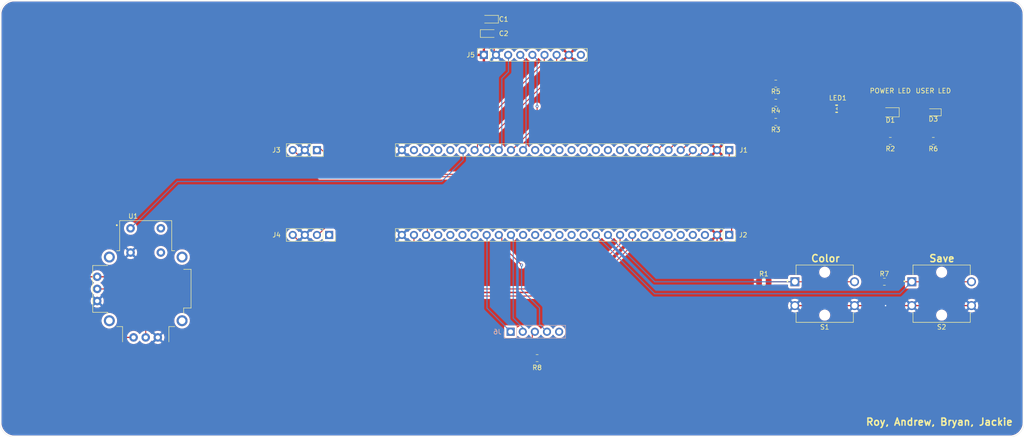
<source format=kicad_pcb>
(kicad_pcb (version 20241229) (generator "pcbnew") (generator_version "9.0")
  (title_block (title "ECE362 Joystick Controller PCB") (date "2025-11-11") (rev "2"))
  (layers (0 "F.Cu" signal) (2 "B.Cu" power) (13 "F.Paste" user) (15 "B.Paste" user) (5 "F.SilkS" user "F.Silkscreen") (7 "B.SilkS" user "B.Silkscreen") (1 "F.Mask" user) (3 "B.Mask" user) (25 "Edge.Cuts" user))
  (net 0 "")
  (net 1 "+3V3")
  (net 2 "GND")
  (net 3 "Net-(D1-K)")
  (net 4 "Net-(D3-K)")
  (net 5 "/GPIO2")
  (net 6 "/GPIO16")
  (net 7 "/GPIO18")
  (net 8 "/GPIO21")
  (net 9 "/GPIO8")
  (net 10 "/GPIO7")
  (net 11 "/GPIO12")
  (net 12 "/GPIO13")
  (net 13 "/GPIO1")
  (net 14 "/GPIO19")
  (net 15 "/GPIO14")
  (net 16 "VBUS")
  (net 17 "/GPIO0")
  (net 18 "/GPIO10")
  (net 19 "/GPIO3")
  (net 20 "/GPIO6")
  (net 21 "/GPIO17")
  (net 22 "/GPIO15")
  (net 23 "/GPIO5")
  (net 24 "/GPIO22")
  (net 25 "/GPIO4")
  (net 26 "/GPIO9")
  (net 27 "/GPIO20")
  (net 28 "/GPIO23")
  (net 29 "/GPIO11")
  (net 30 "/GPIO24")
  (net 31 "/GPIO43_ADC3")
  (net 32 "/GPIO37")
  (net 33 "/GPIO33")
  (net 34 "/SWD")
  (net 35 "/GPIO41_ADC1")
  (net 36 "/GPIO30")
  (net 37 "/GPIO34")
  (net 38 "/GPIO36")
  (net 39 "/GPIO46_ADC6")
  (net 40 "/GPIO38")
  (net 41 "/GPIO35")
  (net 42 "/GPIO31")
  (net 43 "/GPIO27")
  (net 44 "/GPIO40_ADC0")
  (net 45 "/GPIO28")
  (net 46 "/GPIO42_ADC2")
  (net 47 "/GPIO32")
  (net 48 "/GPIO45_ADC5")
  (net 49 "/GPIO25")
  (net 50 "/GPIO26")
  (net 51 "/GPIO29")
  (net 52 "/GPIO44_ADC4")
  (net 53 "/GPIO39")
  (net 54 "/GPIO47_ADC7")
  (net 55 "/SWCLK")
  (net 59 "Net-(J6-Pin_3)")
  (net 60 "Net-(LED1---Pad4)")
  (net 61 "Net-(LED1---Pad6)")
  (net 62 "Net-(LED1---Pad2)")
  (footprint "Connector_PinSocket_2.54mm:PinSocket_1x28_P2.54mm_Vertical" (layer "F.Cu") (at 205.74 76.2 -90)
    (property "Reference" "J2" (at 0 -2.92 180) (layer "F.SilkS"))
    (property "Value" "Conn_01x28_Socket")
    (fp_line (start -1.33 69.91) (end 1.33 69.91) (stroke (width 0.12)) (layer "F.SilkS"))
    (fp_line (start -1.33 1.27) (end -1.33 69.91) (stroke (width 0.12)) (layer "F.SilkS"))
    (fp_line (start -1.33 1.27) (end 1.33 1.27) (stroke (width 0.12)) (layer "F.SilkS"))
    (fp_line (start 1.33 1.27) (end 1.33 69.91) (stroke (width 0.12)) (layer "F.SilkS"))
    (fp_line (start 0 -1.33) (end 1.33 -1.33) (stroke (width 0.12)) (layer "F.SilkS"))
    (fp_line (start 1.33 -1.33) (end 1.33 0) (stroke (width 0.12)) (layer "F.SilkS"))
    (pad "1" thru_hole rect (at 0 0 270) (size 1.7 1.7) (drill 1) (layers "*.Cu" "*.Mask") (net 16 "VBUS"))
    (pad "2" thru_hole circle (at 0 2.54 270) (size 1.7 1.7) (drill 1) (layers "*.Cu" "*.Mask") (net 1 "+3V3"))
    (pad "3" thru_hole circle (at 0 5.08 270) (size 1.7 1.7) (drill 1) (layers "*.Cu" "*.Mask") (net 54 "/GPIO47_ADC7"))
    (pad "4" thru_hole circle (at 0 7.62 270) (size 1.7 1.7) (drill 1) (layers "*.Cu" "*.Mask") (net 39 "/GPIO46_ADC6"))
    (pad "5" thru_hole circle (at 0 10.16 270) (size 1.7 1.7) (drill 1) (layers "*.Cu" "*.Mask") (net 48 "/GPIO45_ADC5"))
    (pad "6" thru_hole circle (at 0 12.7 270) (size 1.7 1.7) (drill 1) (layers "*.Cu" "*.Mask") (net 52 "/GPIO44_ADC4"))
    (pad "7" thru_hole circle (at 0 15.24 270) (size 1.7 1.7) (drill 1) (layers "*.Cu" "*.Mask") (net 31 "/GPIO43_ADC3"))
    (pad "8" thru_hole circle (at 0 17.78 270) (size 1.7 1.7) (drill 1) (layers "*.Cu" "*.Mask") (net 46 "/GPIO42_ADC2"))
    (pad "9" thru_hole circle (at 0 20.32 270) (size 1.7 1.7) (drill 1) (layers "*.Cu" "*.Mask") (net 35 "/GPIO41_ADC1"))
    (pad "10" thru_hole circle (at 0 22.86 270) (size 1.7 1.7) (drill 1) (layers "*.Cu" "*.Mask") (net 44 "/GPIO40_ADC0"))
    (pad "11" thru_hole circle (at 0 25.4 270) (size 1.7 1.7) (drill 1) (layers "*.Cu" "*.Mask") (net 53 "/GPIO39"))
    (pad "12" thru_hole circle (at 0 27.94 270) (size 1.7 1.7) (drill 1) (layers "*.Cu" "*.Mask") (net 40 "/GPIO38"))
    (pad "13" thru_hole circle (at 0 30.48 270) (size 1.7 1.7) (drill 1) (layers "*.Cu" "*.Mask") (net 32 "/GPIO37"))
    (pad "14" thru_hole circle (at 0 33.02 270) (size 1.7 1.7) (drill 1) (layers "*.Cu" "*.Mask") (net 38 "/GPIO36"))
    (pad "15" thru_hole circle (at 0 35.56 270) (size 1.7 1.7) (drill 1) (layers "*.Cu" "*.Mask") (net 41 "/GPIO35"))
    (pad "16" thru_hole circle (at 0 38.1 270) (size 1.7 1.7) (drill 1) (layers "*.Cu" "*.Mask") (net 37 "/GPIO34"))
    (pad "17" thru_hole circle (at 0 40.64 270) (size 1.7 1.7) (drill 1) (layers "*.Cu" "*.Mask") (net 33 "/GPIO33"))
    (pad "18" thru_hole circle (at 0 43.18 270) (size 1.7 1.7) (drill 1) (layers "*.Cu" "*.Mask") (net 47 "/GPIO32"))
    (pad "19" thru_hole circle (at 0 45.72 270) (size 1.7 1.7) (drill 1) (layers "*.Cu" "*.Mask") (net 42 "/GPIO31"))
    (pad "20" thru_hole circle (at 0 48.26 270) (size 1.7 1.7) (drill 1) (layers "*.Cu" "*.Mask") (net 36 "/GPIO30"))
    (pad "21" thru_hole circle (at 0 50.8 270) (size 1.7 1.7) (drill 1) (layers "*.Cu" "*.Mask") (net 51 "/GPIO29"))
    (pad "22" thru_hole circle (at 0 53.34 270) (size 1.7 1.7) (drill 1) (layers "*.Cu" "*.Mask") (net 45 "/GPIO28"))
    (pad "23" thru_hole circle (at 0 55.88 270) (size 1.7 1.7) (drill 1) (layers "*.Cu" "*.Mask") (net 43 "/GPIO27"))
    (pad "24" thru_hole circle (at 0 58.42 270) (size 1.7 1.7) (drill 1) (layers "*.Cu" "*.Mask") (net 50 "/GPIO26"))
    (pad "25" thru_hole circle (at 0 60.96 270) (size 1.7 1.7) (drill 1) (layers "*.Cu" "*.Mask") (net 49 "/GPIO25"))
    (pad "26" thru_hole circle (at 0 63.5 270) (size 1.7 1.7) (drill 1) (layers "*.Cu" "*.Mask") (net 55 "/SWCLK"))
    (pad "27" thru_hole circle (at 0 66.04 270) (size 1.7 1.7) (drill 1) (layers "*.Cu" "*.Mask") (net 34 "/SWD"))
    (pad "28" thru_hole circle (at 0 68.58 270) (size 1.7 1.7) (drill 1) (layers "*.Cu" "*.Mask") (net 2 "GND"))
  )
  (footprint "Resistor_SMD:R_0805_2012Metric_Pad1.20x1.40mm_HandSolder" (layer "F.Cu") (at 215.5 52.5 180)
    (property "Reference" "R3" (at 0 -1.65 0) (layer "F.SilkS"))
    (property "Value" "10" (hide yes))
    (fp_line (start -0.227064 0.735) (end 0.227064 0.735) (stroke (width 0.12)) (layer "F.SilkS"))
    (fp_line (start -0.227064 -0.735) (end 0.227064 -0.735) (stroke (width 0.12)) (layer "F.SilkS"))
    (pad "1" smd roundrect (at -1 0 180) (size 1.2 1.4) (layers "F.Cu" "F.Mask" "F.Paste") (roundrect_rratio 0.208333) (net 62 "Net-(LED1---Pad2)"))
    (pad "2" smd roundrect (at 1 0 180) (size 1.2 1.4) (layers "F.Cu" "F.Mask" "F.Paste") (roundrect_rratio 0.208333) (net 19 "/GPIO3"))
  )
  (footprint "Connector_PinSocket_2.54mm:PinSocket_1x04_P2.54mm_Vertical" (layer "F.Cu") (at 121.92 76.2 -90)
    (property "Reference" "J4" (at 0 11 0) (layer "F.SilkS"))
    (property "Value" "Conn_01x04_Socket" (hide yes))
    (fp_line (start -1.33 8.95) (end 1.33 8.95) (stroke (width 0.12)) (layer "F.SilkS"))
    (fp_line (start -1.33 1.27) (end -1.33 8.95) (stroke (width 0.12)) (layer "F.SilkS"))
    (fp_line (start -1.33 1.27) (end 1.33 1.27) (stroke (width 0.12)) (layer "F.SilkS"))
    (fp_line (start 1.33 1.27) (end 1.33 8.95) (stroke (width 0.12)) (layer "F.SilkS"))
    (fp_line (start 0 -1.33) (end 1.33 -1.33) (stroke (width 0.12)) (layer "F.SilkS"))
    (fp_line (start 1.33 -1.33) (end 1.33 0) (stroke (width 0.12)) (layer "F.SilkS"))
    (pad "1" thru_hole rect (at 0 0 270) (size 1.7 1.7) (drill 1) (layers "*.Cu" "*.Mask"))
    (pad "2" thru_hole circle (at 0 2.54 270) (size 1.7 1.7) (drill 1) (layers "*.Cu" "*.Mask") (net 55 "/SWCLK"))
    (pad "3" thru_hole circle (at 0 5.08 270) (size 1.7 1.7) (drill 1) (layers "*.Cu" "*.Mask") (net 2 "GND"))
    (pad "4" thru_hole circle (at 0 7.62 270) (size 1.7 1.7) (drill 1) (layers "*.Cu" "*.Mask") (net 34 "/SWD"))
  )
  (footprint "Capacitor_Tantalum_SMD:CP_EIA-2012-12_Kemet-R_HandSolder" (layer "F.Cu") (at 155.5 34)
    (property "Reference" "C2" (at 3 0 0) (layer "F.SilkS"))
    (property "Value" "10uF")
    (fp_line (start -1.895 -0.805) (end -1.895 0.805) (stroke (width 0.12)) (layer "F.SilkS"))
    (fp_line (start -1.895 0.805) (end 1 0.805) (stroke (width 0.12)) (layer "F.SilkS"))
    (fp_line (start 1 -0.805) (end -1.895 -0.805) (stroke (width 0.12)) (layer "F.SilkS"))
    (pad "1" smd roundrect (at -0.9775 0) (size 1.315 1.09) (layers "F.Cu" "F.Mask" "F.Paste") (roundrect_rratio 0.229358) (net 1 "+3V3"))
    (pad "2" smd roundrect (at 0.9775 0) (size 1.315 1.09) (layers "F.Cu" "F.Mask" "F.Paste") (roundrect_rratio 0.229358) (net 2 "GND"))
  )
  (footprint "Resistor_SMD:R_0805_2012Metric_Pad1.20x1.40mm_HandSolder" (layer "F.Cu") (at 165.5 102 180)
    (property "Reference" "R8" (at 0 -2 0) (layer "F.SilkS"))
    (property "Value" "10k")
    (fp_line (start -0.227064 0.735) (end 0.227064 0.735) (stroke (width 0.12)) (layer "F.SilkS"))
    (fp_line (start -0.227064 -0.735) (end 0.227064 -0.735) (stroke (width 0.12)) (layer "F.SilkS"))
    (pad "1" smd roundrect (at -1 0 180) (size 1.2 1.4) (layers "F.Cu" "F.Mask" "F.Paste") (roundrect_rratio 0.208333) (net 1 "+3V3"))
    (pad "2" smd roundrect (at 1 0 180) (size 1.2 1.4) (layers "F.Cu" "F.Mask" "F.Paste") (roundrect_rratio 0.208333) (net 59 "Net-(J6-Pin_3)"))
  )
  (footprint "LED_SMD:LED_0603_1608Metric_Pad1.05x0.95mm_HandSolder" (layer "F.Cu") (at 248.5 50.5 180)
    (property "Reference" "D3" (at 0 -1.43 0) (layer "F.SilkS"))
    (property "Value" "USER LED" (at 0 4.5 0) (layer "F.SilkS"))
    (fp_line (start 0.8 -0.735) (end -1.66 -0.735) (stroke (width 0.12)) (layer "F.SilkS"))
    (fp_line (start -1.66 0.735) (end 0.8 0.735) (stroke (width 0.12)) (layer "F.SilkS"))
    (fp_line (start -1.66 -0.735) (end -1.66 0.735) (stroke (width 0.12)) (layer "F.SilkS"))
    (pad "1" smd roundrect (at -0.875 0 180) (size 1.05 0.95) (layers "F.Cu" "F.Mask" "F.Paste") (net 4 "Net-(D3-K)"))
    (pad "2" smd roundrect (at 0.875 0 180) (size 1.05 0.95) (layers "F.Cu" "F.Mask" "F.Paste") (net 5 "/GPIO2"))
  )
  (footprint "Diode_SMD:D_0805_2012Metric_Pad1.15x1.40mm_HandSolder" (layer "F.Cu") (at 239.5 50.5 180)
    (property "Reference" "D1" (at 0 -1.65 0) (layer "F.SilkS"))
    (property "Value" "POWER LED" (at 0 4.5 0) (layer "F.SilkS"))
    (fp_line (start 1 -0.96) (end -1.86 -0.96) (stroke (width 0.12)) (layer "F.SilkS"))
    (fp_line (start -1.86 0.96) (end 1 0.96) (stroke (width 0.12)) (layer "F.SilkS"))
    (fp_line (start -1.86 -0.96) (end -1.86 0.96) (stroke (width 0.12)) (layer "F.SilkS"))
    (pad "1" smd roundrect (at -1.025 0 180) (size 1.15 1.4) (layers "F.Cu" "F.Mask" "F.Paste") (roundrect_rratio 0.217391) (net 3 "Net-(D1-K)"))
    (pad "2" smd roundrect (at 1.025 0 180) (size 1.15 1.4) (layers "F.Cu" "F.Mask" "F.Paste") (roundrect_rratio 0.217391) (net 1 "+3V3"))
  )
  (footprint "Resistor_SMD:R_0805_2012Metric_Pad1.20x1.40mm_HandSolder" (layer "F.Cu") (at 215.5 48.5 180)
    (property "Reference" "R4" (at 0 -1.65 0) (layer "F.SilkS"))
    (property "Value" "68" (hide yes))
    (fp_line (start -0.227064 0.735) (end 0.227064 0.735) (stroke (width 0.12)) (layer "F.SilkS"))
    (fp_line (start -0.227064 -0.735) (end 0.227064 -0.735) (stroke (width 0.12)) (layer "F.SilkS"))
    (pad "1" smd roundrect (at -1 0 180) (size 1.2 1.4) (layers "F.Cu" "F.Mask" "F.Paste") (roundrect_rratio 0.208333) (net 60 "Net-(LED1---Pad4)"))
    (pad "2" smd roundrect (at 1 0 180) (size 1.2 1.4) (layers "F.Cu" "F.Mask" "F.Paste") (roundrect_rratio 0.208333) (net 25 "/GPIO4"))
  )
  (footprint "Resistor_SMD:R_0805_2012Metric_Pad1.20x1.40mm_HandSolder" (layer "F.Cu") (at 238.25 86)
    (property "Reference" "R7" (at 0 -1.65 0) (layer "F.SilkS"))
    (property "Value" "10k")
    (fp_line (start -0.227064 -0.735) (end 0.227064 -0.735) (stroke (width 0.12)) (layer "F.SilkS"))
    (fp_line (start -0.227064 0.735) (end 0.227064 0.735) (stroke (width 0.12)) (layer "F.SilkS"))
    (pad "1" smd roundrect (at -1 0) (size 1.2 1.4) (layers "F.Cu" "F.Mask" "F.Paste") (roundrect_rratio 0.208333) (net 1 "+3V3"))
    (pad "2" smd roundrect (at 1 0) (size 1.2 1.4) (layers "F.Cu" "F.Mask" "F.Paste") (roundrect_rratio 0.208333) (net 40 "/GPIO38"))
  )
  (footprint "Connector_PinSocket_2.54mm:PinSocket_1x28_P2.54mm_Vertical" (layer "F.Cu") (at 205.74 58.42 -90)
    (property "Reference" "J1" (at 0 -3.02 180) (layer "F.SilkS"))
    (property "Value" "Conn_01x28_Socket")
    (fp_line (start -1.33 69.91) (end 1.33 69.91) (stroke (width 0.12)) (layer "F.SilkS"))
    (fp_line (start -1.33 1.27) (end -1.33 69.91) (stroke (width 0.12)) (layer "F.SilkS"))
    (fp_line (start -1.33 1.27) (end 1.33 1.27) (stroke (width 0.12)) (layer "F.SilkS"))
    (fp_line (start 1.33 1.27) (end 1.33 69.91) (stroke (width 0.12)) (layer "F.SilkS"))
    (fp_line (start 0 -1.33) (end 1.33 -1.33) (stroke (width 0.12)) (layer "F.SilkS"))
    (fp_line (start 1.33 -1.33) (end 1.33 0) (stroke (width 0.12)) (layer "F.SilkS"))
    (pad "1" thru_hole rect (at 0 0 270) (size 1.7 1.7) (drill 1) (layers "*.Cu" "*.Mask") (net 16 "VBUS"))
    (pad "2" thru_hole circle (at 0 2.54 270) (size 1.7 1.7) (drill 1) (layers "*.Cu" "*.Mask") (net 1 "+3V3"))
    (pad "3" thru_hole circle (at 0 5.08 270) (size 1.7 1.7) (drill 1) (layers "*.Cu" "*.Mask") (net 17 "/GPIO0"))
    (pad "4" thru_hole circle (at 0 7.62 270) (size 1.7 1.7) (drill 1) (layers "*.Cu" "*.Mask") (net 13 "/GPIO1"))
    (pad "5" thru_hole circle (at 0 10.16 270) (size 1.7 1.7) (drill 1) (layers "*.Cu" "*.Mask") (net 5 "/GPIO2"))
    (pad "6" thru_hole circle (at 0 12.7 270) (size 1.7 1.7) (drill 1) (layers "*.Cu" "*.Mask") (net 19 "/GPIO3"))
    (pad "7" thru_hole circle (at 0 15.24 270) (size 1.7 1.7) (drill 1) (layers "*.Cu" "*.Mask") (net 25 "/GPIO4"))
    (pad "8" thru_hole circle (at 0 17.78 270) (size 1.7 1.7) (drill 1) (layers "*.Cu" "*.Mask") (net 23 "/GPIO5"))
    (pad "9" thru_hole circle (at 0 20.32 270) (size 1.7 1.7) (drill 1) (layers "*.Cu" "*.Mask") (net 20 "/GPIO6"))
    (pad "10" thru_hole circle (at 0 22.86 270) (size 1.7 1.7) (drill 1) (layers "*.Cu" "*.Mask") (net 10 "/GPIO7"))
    (pad "11" thru_hole circle (at 0 25.4 270) (size 1.7 1.7) (drill 1) (layers "*.Cu" "*.Mask") (net 9 "/GPIO8"))
    (pad "12" thru_hole circle (at 0 27.94 270) (size 1.7 1.7) (drill 1) (layers "*.Cu" "*.Mask") (net 26 "/GPIO9"))
    (pad "13" thru_hole circle (at 0 30.48 270) (size 1.7 1.7) (drill 1) (layers "*.Cu" "*.Mask") (net 18 "/GPIO10"))
    (pad "14" thru_hole circle (at 0 33.02 270) (size 1.7 1.7) (drill 1) (layers "*.Cu" "*.Mask") (net 29 "/GPIO11"))
    (pad "15" thru_hole circle (at 0 35.56 270) (size 1.7 1.7) (drill 1) (layers "*.Cu" "*.Mask") (net 11 "/GPIO12"))
    (pad "16" thru_hole circle (at 0 38.1 270) (size 1.7 1.7) (drill 1) (layers "*.Cu" "*.Mask") (net 12 "/GPIO13"))
    (pad "17" thru_hole circle (at 0 40.64 270) (size 1.7 1.7) (drill 1) (layers "*.Cu" "*.Mask") (net 15 "/GPIO14"))
    (pad "18" thru_hole circle (at 0 43.18 270) (size 1.7 1.7) (drill 1) (layers "*.Cu" "*.Mask") (net 22 "/GPIO15"))
    (pad "19" thru_hole circle (at 0 45.72 270) (size 1.7 1.7) (drill 1) (layers "*.Cu" "*.Mask") (net 6 "/GPIO16"))
    (pad "20" thru_hole circle (at 0 48.26 270) (size 1.7 1.7) (drill 1) (layers "*.Cu" "*.Mask") (net 21 "/GPIO17"))
    (pad "21" thru_hole circle (at 0 50.8 270) (size 1.7 1.7) (drill 1) (layers "*.Cu" "*.Mask") (net 7 "/GPIO18"))
    (pad "22" thru_hole circle (at 0 53.34 270) (size 1.7 1.7) (drill 1) (layers "*.Cu" "*.Mask") (net 14 "/GPIO19"))
    (pad "23" thru_hole circle (at 0 55.88 270) (size 1.7 1.7) (drill 1) (layers "*.Cu" "*.Mask") (net 27 "/GPIO20"))
    (pad "24" thru_hole circle (at 0 58.42 270) (size 1.7 1.7) (drill 1) (layers "*.Cu" "*.Mask") (net 8 "/GPIO21"))
    (pad "25" thru_hole circle (at 0 60.96 270) (size 1.7 1.7) (drill 1) (layers "*.Cu" "*.Mask") (net 24 "/GPIO22"))
    (pad "26" thru_hole circle (at 0 63.5 270) (size 1.7 1.7) (drill 1) (layers "*.Cu" "*.Mask") (net 28 "/GPIO23"))
    (pad "27" thru_hole circle (at 0 66.04 270) (size 1.7 1.7) (drill 1) (layers "*.Cu" "*.Mask") (net 30 "/GPIO24"))
    (pad "28" thru_hole circle (at 0 68.58 270) (size 1.7 1.7) (drill 1) (layers "*.Cu" "*.Mask") (net 2 "GND"))
  )
  (footprint "B3F_4055:SW_B3F-4055" (layer "F.Cu") (at 225.75 88.5)
    (property "Reference" "S1" (at 0 7 0) (layer "F.SilkS"))
    (property "Value" "B3F-4055" (hide yes))
    (fp_line (start -6 -6) (end 6 -6) (stroke (width 0.127)) (layer "F.SilkS"))
    (fp_line (start -6 -4) (end -6 -6) (stroke (width 0.127)) (layer "F.SilkS"))
    (fp_line (start -6 4) (end -6 6) (stroke (width 0.127)) (layer "F.SilkS"))
    (fp_line (start -6 6) (end 6 6) (stroke (width 0.127)) (layer "F.SilkS"))
    (fp_line (start 6 -6) (end 6 -4) (stroke (width 0.127)) (layer "F.SilkS"))
    (fp_line (start 6 6) (end 6 4) (stroke (width 0.127)) (layer "F.SilkS"))
    (fp_circle (center -7.8 -2.6) (end -7.7 -2.6) (stroke (width 0.2)) (fill no) (layer "F.SilkS"))
    (pad "" np_thru_hole circle (at 0 -4.5) (size 1.85 1.85) (drill 1.85) (layers "*.Cu" "*.Mask"))
    (pad "" np_thru_hole circle (at 0 4.5) (size 1.85 1.85) (drill 1.85) (layers "*.Cu" "*.Mask"))
    (pad "1" thru_hole rect (at -6.25 -2.5) (size 1.875 1.875) (drill 1.25) (layers "*.Cu" "*.Mask") (net 53 "/GPIO39"))
    (pad "2" thru_hole circle (at 6.25 -2.5) (size 1.875 1.875) (drill 1.25) (layers "*.Cu" "*.Mask") (net 53 "/GPIO39"))
    (pad "3" thru_hole circle (at -6.25 2.5) (size 1.875 1.875) (drill 1.25) (layers "*.Cu" "*.Mask") (net 2 "GND"))
    (pad "4" thru_hole circle (at 6.25 2.5) (size 1.875 1.875) (drill 1.25) (layers "*.Cu" "*.Mask") (net 2 "GND"))
  )
  (footprint "footprints2:XDCR_COM-09032" (layer "F.Cu") (at 83.5 87.5)
    (property "Reference" "U1" (at -2.625 -15.235 0) (layer "F.SilkS"))
    (property "Value" "~")
    (fp_line (start -11.1 -4.9) (end -7.95 -4.9) (stroke (width 0.127)) (layer "F.SilkS"))
    (fp_line (start -11.1 4.9) (end -11.1 -4.9) (stroke (width 0.127)) (layer "F.SilkS"))
    (fp_line (start -7.95 4.9) (end -11.1 4.9) (stroke (width 0.127)) (layer "F.SilkS"))
    (fp_line (start -7.95 5.17) (end -7.95 4.9) (stroke (width 0.127)) (layer "F.SilkS"))
    (fp_line (start -6.07 -8) (end -5.45 -8) (stroke (width 0.127)) (layer "F.SilkS"))
    (fp_line (start -5.45 -14.3) (end 5.45 -14.3) (stroke (width 0.127)) (layer "F.SilkS"))
    (fp_line (start -5.45 -8) (end -5.45 -14.3) (stroke (width 0.127)) (layer "F.SilkS"))
    (fp_line (start -4.85 7.9) (end -6.07 7.9) (stroke (width 0.127)) (layer "F.SilkS"))
    (fp_line (start -4.85 11.1) (end -4.85 7.9) (stroke (width 0.127)) (layer "F.SilkS"))
    (fp_line (start 4.85 7.9) (end 4.85 11.1) (stroke (width 0.127)) (layer "F.SilkS"))
    (fp_line (start 5.45 -14.3) (end 5.45 -8) (stroke (width 0.127)) (layer "F.SilkS"))
    (fp_line (start 5.45 -8) (end 6.08 -8) (stroke (width 0.127)) (layer "F.SilkS"))
    (fp_line (start 6.08 7.9) (end 4.85 7.9) (stroke (width 0.127)) (layer "F.SilkS"))
    (fp_line (start 7.95 -4.1) (end 9.5 -4.1) (stroke (width 0.127)) (layer "F.SilkS"))
    (fp_line (start 7.95 4) (end 7.95 5.12) (stroke (width 0.127)) (layer "F.SilkS"))
    (fp_line (start 9.5 -4.1) (end 9.5 4) (stroke (width 0.127)) (layer "F.SilkS"))
    (fp_line (start 9.5 4) (end 7.95 4) (stroke (width 0.127)) (layer "F.SilkS"))
    (fp_circle (center -6.05 -13.35) (end -5.95 -13.35) (stroke (width 0.2)) (fill no) (layer "F.SilkS"))
    (pad "B1A" thru_hole circle (at -3.175 -12.7) (size 1.778 1.778) (drill 0.9) (layers "*.Cu" "*.Mask") (net 27 "/GPIO20"))
    (pad "B1B" thru_hole circle (at 3.175 -12.7) (size 1.778 1.778) (drill 0.9) (layers "*.Cu" "*.Mask"))
    (pad "B2A" thru_hole circle (at -3.175 -7.62) (size 1.778 1.778) (drill 0.9) (layers "*.Cu" "*.Mask") (net 2 "GND"))
    (pad "B2B" thru_hole circle (at 3.175 -7.62) (size 1.778 1.778) (drill 0.9) (layers "*.Cu" "*.Mask"))
    (pad "H1" thru_hole circle (at -2.54 10.16) (size 1.778 1.778) (drill 0.889) (layers "*.Cu" "*.Mask") (net 16 "VBUS"))
    (pad "H2" thru_hole circle (at 0 10.16) (size 1.778 1.778) (drill 0.889) (layers "*.Cu" "*.Mask") (net 35 "/GPIO41_ADC1"))
    (pad "H3" thru_hole circle (at 2.54 10.16) (size 1.778 1.778) (drill 0.889) (layers "*.Cu" "*.Mask") (net 2 "GND"))
    (pad "S1" thru_hole circle (at -7.62 -6.6675) (size 2.286 2.286) (drill 1.397) (layers "*.Cu" "*.Mask"))
    (pad "S2" thru_hole circle (at -7.62 6.6675) (size 2.286 2.286) (drill 1.397) (layers "*.Cu" "*.Mask"))
    (pad "S3" thru_hole circle (at 7.62 6.6675) (size 2.286 2.286) (drill 1.397) (layers "*.Cu" "*.Mask"))
    (pad "S4" thru_hole circle (at 7.62 -6.6675) (size 2.286 2.286) (drill 1.397) (layers "*.Cu" "*.Mask"))
    (pad "V1" thru_hole circle (at -10.16 -2.54) (size 1.778 1.778) (drill 0.889) (layers "*.Cu" "*.Mask") (net 16 "VBUS"))
    (pad "V2" thru_hole circle (at -10.16 0) (size 1.778 1.778) (drill 0.889) (layers "*.Cu" "*.Mask") (net 44 "/GPIO40_ADC0"))
    (pad "V3" thru_hole circle (at -10.16 2.54) (size 1.778 1.778) (drill 0.889) (layers "*.Cu" "*.Mask") (net 2 "GND"))
  )
  (footprint "Resistor_SMD:R_0805_2012Metric_Pad1.20x1.40mm_HandSolder" (layer "F.Cu") (at 239.5 56.5 180)
    (property "Reference" "R2" (at 0 -1.65 0) (layer "F.SilkS"))
    (property "Value" "100")
    (fp_line (start -0.227064 0.735) (end 0.227064 0.735) (stroke (width 0.12)) (layer "F.SilkS"))
    (fp_line (start -0.227064 -0.735) (end 0.227064 -0.735) (stroke (width 0.12)) (layer "F.SilkS"))
    (pad "1" smd roundrect (at -1 0 180) (size 1.2 1.4) (layers "F.Cu" "F.Mask" "F.Paste") (roundrect_rratio 0.208333) (net 3 "Net-(D1-K)"))
    (pad "2" smd roundrect (at 1 0 180) (size 1.2 1.4) (layers "F.Cu" "F.Mask" "F.Paste") (roundrect_rratio 0.208333) (net 2 "GND"))
  )
  (footprint "Connector_PinSocket_2.54mm:PinSocket_1x09_P2.54mm_Vertical" (layer "F.Cu") (at 154.35 38.475 90)
    (property "Reference" "J5" (at 0 -2.77 180) (layer "F.SilkS"))
    (property "Value" "TFT_Display_Conn_Socket" (hide yes))
    (fp_line (start 1.33 -1.33) (end 1.33 0) (stroke (width 0.12)) (layer "F.SilkS"))
    (fp_line (start 0 -1.33) (end 1.33 -1.33) (stroke (width 0.12)) (layer "F.SilkS"))
    (fp_line (start 1.33 1.27) (end 1.33 21.65) (stroke (width 0.12)) (layer "F.SilkS"))
    (fp_line (start -1.33 1.27) (end 1.33 1.27) (stroke (width 0.12)) (layer "F.SilkS"))
    (fp_line (start -1.33 1.27) (end -1.33 21.65) (stroke (width 0.12)) (layer "F.SilkS"))
    (fp_line (start -1.33 21.65) (end 1.33 21.65) (stroke (width 0.12)) (layer "F.SilkS"))
    (pad "1" thru_hole rect (at 0 0 90) (size 1.7 1.7) (drill 1) (layers "*.Cu" "*.Mask") (net 1 "+3V3"))
    (pad "2" thru_hole circle (at 0 2.54 90) (size 1.7 1.7) (drill 1) (layers "*.Cu" "*.Mask") (net 2 "GND"))
    (pad "3" thru_hole circle (at 0 5.08 90) (size 1.7 1.7) (drill 1) (layers "*.Cu" "*.Mask") (net 21 "/GPIO17"))
    (pad "4" thru_hole circle (at 0 7.62 90) (size 1.7 1.7) (drill 1) (layers "*.Cu" "*.Mask") (net 22 "/GPIO15"))
    (pad "5" thru_hole circle (at 0 10.16 90) (size 1.7 1.7) (drill 1) (layers "*.Cu" "*.Mask") (net 6 "/GPIO16"))
    (pad "6" thru_hole circle (at 0 12.7 90) (size 1.7 1.7) (drill 1) (layers "*.Cu" "*.Mask") (net 14 "/GPIO19"))
    (pad "7" thru_hole circle (at 0 15.24 90) (size 1.7 1.7) (drill 1) (layers "*.Cu" "*.Mask") (net 7 "/GPIO18"))
    (pad "8" thru_hole circle (at 0 17.78 90) (size 1.7 1.7) (drill 1) (layers "*.Cu" "*.Mask") (net 1 "+3V3"))
    (pad "9" thru_hole circle (at 0 20.32 90) (size 1.7 1.7) (drill 1) (layers "*.Cu" "*.Mask"))
  )
  (footprint "Resistor_SMD:R_0805_2012Metric_Pad1.20x1.40mm_HandSolder" (layer "F.Cu") (at 213 86)
    (property "Reference" "R1" (at 0 -1.65 0) (layer "F.SilkS"))
    (property "Value" "10k")
    (fp_line (start -0.227064 -0.735) (end 0.227064 -0.735) (stroke (width 0.12)) (layer "F.SilkS"))
    (fp_line (start -0.227064 0.735) (end 0.227064 0.735) (stroke (width 0.12)) (layer "F.SilkS"))
    (pad "1" smd roundrect (at -1 0) (size 1.2 1.4) (layers "F.Cu" "F.Mask" "F.Paste") (roundrect_rratio 0.208333) (net 1 "+3V3"))
    (pad "2" smd roundrect (at 1 0) (size 1.2 1.4) (layers "F.Cu" "F.Mask" "F.Paste") (roundrect_rratio 0.208333) (net 53 "/GPIO39"))
  )
  (footprint "Resistor_SMD:R_0805_2012Metric_Pad1.20x1.40mm_HandSolder" (layer "F.Cu") (at 215.5 44.5 180)
    (property "Reference" "R5" (at 0 -1.65 0) (layer "F.SilkS"))
    (property "Value" "10" (hide yes))
    (fp_line (start -0.227064 0.735) (end 0.227064 0.735) (stroke (width 0.12)) (layer "F.SilkS"))
    (fp_line (start -0.227064 -0.735) (end 0.227064 -0.735) (stroke (width 0.12)) (layer "F.SilkS"))
    (pad "1" smd roundrect (at -1 0 180) (size 1.2 1.4) (layers "F.Cu" "F.Mask" "F.Paste") (roundrect_rratio 0.208333) (net 61 "Net-(LED1---Pad6)"))
    (pad "2" smd roundrect (at 1 0 180) (size 1.2 1.4) (layers "F.Cu" "F.Mask" "F.Paste") (roundrect_rratio 0.208333) (net 23 "/GPIO5"))
  )
  (footprint "Connector_PinSocket_2.54mm:PinSocket_1x03_P2.54mm_Vertical" (layer "F.Cu") (at 119.38 58.42 -90)
    (property "Reference" "J3" (at 0 8.5 180) (layer "F.SilkS"))
    (property "Value" "Conn_01x03_Socket" (hide yes))
    (fp_line (start -1.33 6.41) (end 1.33 6.41) (stroke (width 0.12)) (layer "F.SilkS"))
    (fp_line (start -1.33 1.27) (end -1.33 6.41) (stroke (width 0.12)) (layer "F.SilkS"))
    (fp_line (start -1.33 1.27) (end 1.33 1.27) (stroke (width 0.12)) (layer "F.SilkS"))
    (fp_line (start 1.33 1.27) (end 1.33 6.41) (stroke (width 0.12)) (layer "F.SilkS"))
    (fp_line (start 0 -1.33) (end 1.33 -1.33) (stroke (width 0.12)) (layer "F.SilkS"))
    (fp_line (start 1.33 -1.33) (end 1.33 0) (stroke (width 0.12)) (layer "F.SilkS"))
    (pad "1" thru_hole rect (at 0 0 270) (size 1.7 1.7) (drill 1) (layers "*.Cu" "*.Mask") (net 13 "/GPIO1"))
    (pad "2" thru_hole circle (at 0 2.54 270) (size 1.7 1.7) (drill 1) (layers "*.Cu" "*.Mask") (net 2 "GND"))
    (pad "3" thru_hole circle (at 0 5.08 270) (size 1.7 1.7) (drill 1) (layers "*.Cu" "*.Mask") (net 17 "/GPIO0"))
  )
  (footprint "Capacitor_Tantalum_SMD:CP_EIA-2012-12_Kemet-R_HandSolder" (layer "F.Cu") (at 155.5 31 180)
    (property "Reference" "C1" (at -3 0 0) (layer "F.SilkS"))
    (property "Value" "0.1uF")
    (fp_line (start 1 -0.805) (end -1.895 -0.805) (stroke (width 0.12)) (layer "F.SilkS"))
    (fp_line (start -1.895 0.805) (end 1 0.805) (stroke (width 0.12)) (layer "F.SilkS"))
    (fp_line (start -1.895 -0.805) (end -1.895 0.805) (stroke (width 0.12)) (layer "F.SilkS"))
    (pad "1" smd roundrect (at -0.9775 0 180) (size 1.315 1.09) (layers "F.Cu" "F.Mask" "F.Paste") (roundrect_rratio 0.229358) (net 2 "GND"))
    (pad "2" smd roundrect (at 0.9775 0 180) (size 1.315 1.09) (layers "F.Cu" "F.Mask" "F.Paste") (roundrect_rratio 0.229358) (net 1 "+3V3"))
  )
  (footprint "ProLib_pcs_2025-11-13:LED-SMD_6PIN-L1.60-W1.50-BL-RD" (layer "F.Cu") (at 228.25 49.75)
    (property "Reference" "LED1" (at 0.25 -2.25 0) (layer "F.SilkS"))
    (property "Value" "~")
    (fp_line (start -0.127 0) (end 0.127 0.254) (stroke (width 0.1)) (layer "F.SilkS"))
    (fp_line (start 0.127 -0.254) (end -0.127 0) (stroke (width 0.1)) (layer "F.SilkS"))
    (fp_line (start 0.127 0.254) (end 0.127 -0.254) (stroke (width 0.1)) (layer "F.SilkS"))
    (fp_line (start 0.169 -0.75) (end -0.169 -0.75) (stroke (width 0.254)) (layer "F.SilkS"))
    (fp_line (start 0.169 -0.75) (end -0.169 -0.75) (stroke (width 0.254)) (layer "F.SilkS"))
    (fp_line (start 0.169 0.75) (end -0.169 0.75) (stroke (width 0.254)) (layer "F.SilkS"))
    (pad "1" smd rect (at 0.7 0.7 90) (size 0.5 0.6) (layers "F.Cu" "F.Mask" "F.Paste") (net 1 "+3V3"))
    (pad "2" smd rect (at -0.7 0.7 90) (size 0.5 0.6) (layers "F.Cu" "F.Mask" "F.Paste") (net 62 "Net-(LED1---Pad2)"))
    (pad "3" smd rect (at 0.7 0 90) (size 0.5 0.6) (layers "F.Cu" "F.Mask" "F.Paste") (net 1 "+3V3"))
    (pad "4" smd rect (at -0.7 0 90) (size 0.5 0.6) (layers "F.Cu" "F.Mask" "F.Paste") (net 60 "Net-(LED1---Pad4)"))
    (pad "5" smd rect (at 0.7 -0.7 90) (size 0.5 0.6) (layers "F.Cu" "F.Mask" "F.Paste") (net 1 "+3V3"))
    (pad "6" smd rect (at -0.7 -0.7 90) (size 0.5 0.6) (layers "F.Cu" "F.Mask" "F.Paste") (net 61 "Net-(LED1---Pad6)"))
  )
  (footprint "B3F_4055:SW_B3F-4055" (layer "F.Cu") (at 250.25 88.5)
    (property "Reference" "S2" (at 0 7 0) (layer "F.SilkS"))
    (property "Value" "B3F-4055" (hide yes))
    (fp_line (start -6 -6) (end 6 -6) (stroke (width 0.127)) (layer "F.SilkS"))
    (fp_line (start -6 -4) (end -6 -6) (stroke (width 0.127)) (layer "F.SilkS"))
    (fp_line (start -6 4) (end -6 6) (stroke (width 0.127)) (layer "F.SilkS"))
    (fp_line (start -6 6) (end 6 6) (stroke (width 0.127)) (layer "F.SilkS"))
    (fp_line (start 6 -6) (end 6 -4) (stroke (width 0.127)) (layer "F.SilkS"))
    (fp_line (start 6 6) (end 6 4) (stroke (width 0.127)) (layer "F.SilkS"))
    (fp_circle (center -7.8 -2.6) (end -7.7 -2.6) (stroke (width 0.2)) (fill no) (layer "F.SilkS"))
    (pad "" np_thru_hole circle (at 0 -4.5) (size 1.85 1.85) (drill 1.85) (layers "*.Cu" "*.Mask"))
    (pad "" np_thru_hole circle (at 0 4.5) (size 1.85 1.85) (drill 1.85) (layers "*.Cu" "*.Mask"))
    (pad "1" thru_hole rect (at -6.25 -2.5) (size 1.875 1.875) (drill 1.25) (layers "*.Cu" "*.Mask") (net 40 "/GPIO38"))
    (pad "2" thru_hole circle (at 6.25 -2.5) (size 1.875 1.875) (drill 1.25) (layers "*.Cu" "*.Mask") (net 40 "/GPIO38"))
    (pad "3" thru_hole circle (at -6.25 2.5) (size 1.875 1.875) (drill 1.25) (layers "*.Cu" "*.Mask") (net 2 "GND"))
    (pad "4" thru_hole circle (at 6.25 2.5) (size 1.875 1.875) (drill 1.25) (layers "*.Cu" "*.Mask") (net 2 "GND"))
  )
  (footprint "Resistor_SMD:R_0805_2012Metric_Pad1.20x1.40mm_HandSolder" (layer "F.Cu") (at 248.5 56.5 180)
    (property "Reference" "R6" (at 0 -1.65 0) (layer "F.SilkS"))
    (property "Value" "100")
    (fp_line (start -0.227064 0.735) (end 0.227064 0.735) (stroke (width 0.12)) (layer "F.SilkS"))
    (fp_line (start -0.227064 -0.735) (end 0.227064 -0.735) (stroke (width 0.12)) (layer "F.SilkS"))
    (pad "1" smd roundrect (at -1 0 180) (size 1.2 1.4) (layers "F.Cu" "F.Mask" "F.Paste") (roundrect_rratio 0.208333) (net 4 "Net-(D3-K)"))
    (pad "2" smd roundrect (at 1 0 180) (size 1.2 1.4) (layers "F.Cu" "F.Mask" "F.Paste") (roundrect_rratio 0.208333) (net 2 "GND"))
  )
  (footprint "Connector_PinSocket_2.54mm:PinSocket_1x05_P2.54mm_Vertical" (layer "B.Cu") (at 159.95 96.475 -90)
    (property "Reference" "J6" (at 0.025 2.77 0) (layer "B.SilkS") (effects (justify mirror)))
    (property "Value" "TFT_SD_Conn_Socket")
    (fp_line (start 0 1.33) (end 1.33 1.33) (stroke (width 0.12)) (layer "B.SilkS"))
    (fp_line (start 1.33 1.33) (end 1.33 0) (stroke (width 0.12)) (layer "B.SilkS"))
    (fp_line (start -1.33 -1.27) (end 1.33 -1.27) (stroke (width 0.12)) (layer "B.SilkS"))
    (fp_line (start -1.33 -1.27) (end -1.33 -11.49) (stroke (width 0.12)) (layer "B.SilkS"))
    (fp_line (start 1.33 -1.27) (end 1.33 -11.49) (stroke (width 0.12)) (layer "B.SilkS"))
    (fp_line (start -1.33 -11.49) (end 1.33 -11.49) (stroke (width 0.12)) (layer "B.SilkS"))
    (pad "1" thru_hole rect (at 0 0 270) (size 1.7 1.7) (drill 1) (layers "*.Cu" "*.Mask") (net 51 "/GPIO29"))
    (pad "2" thru_hole circle (at 0 -2.54 270) (size 1.7 1.7) (drill 1) (layers "*.Cu" "*.Mask") (net 42 "/GPIO31"))
    (pad "3" thru_hole circle (at 0 -5.08 270) (size 1.7 1.7) (drill 1) (layers "*.Cu" "*.Mask") (net 59 "Net-(J6-Pin_3)"))
    (pad "4" thru_hole circle (at 0 -7.62 270) (size 1.7 1.7) (drill 1) (layers "*.Cu" "*.Mask") (net 36 "/GPIO30"))
    (pad "5" thru_hole circle (at 0 -10.16 270) (size 1.7 1.7) (drill 1) (layers "*.Cu" "*.Mask"))
  )
  (gr_line (start 267.5 30) (end 267.5 115.5) (stroke (width 0.05)) (layer "Edge.Cuts"))
  (gr_arc (start 53 30) (mid 53.87868 27.87868) (end 56 27) (stroke (width 0.05)) (layer "Edge.Cuts"))
  (gr_line (start 53 115.5) (end 53 30) (stroke (width 0.05)) (layer "Edge.Cuts"))
  (gr_arc (start 267.5 115.5) (mid 266.62132 117.62132) (end 264.5 118.5) (stroke (width 0.05)) (layer "Edge.Cuts"))
  (gr_arc (start 56 118.5) (mid 53.87868 117.62132) (end 53 115.5) (stroke (width 0.05)) (layer "Edge.Cuts"))
  (gr_line (start 56 27) (end 264.5 27) (stroke (width 0.05)) (layer "Edge.Cuts"))
  (gr_arc (start 264.5 27) (mid 266.62132 27.87868) (end 267.5 30) (stroke (width 0.05)) (layer "Edge.Cuts"))
  (gr_line (start 264.5 118.5) (end 56 118.5) (stroke (width 0.05)) (layer "Edge.Cuts"))
  (gr_text "Color" (at 222.75 82 0) (layer "F.SilkS") (effects (font (size 1.5 1.5) (thickness 0.3) (bold yes)) (justify left bottom)))
  (gr_text "Save" (at 247.5 82 0) (layer "F.SilkS") (effects (font (size 1.5 1.5) (thickness 0.3) (bold yes)) (justify left bottom)))
  (gr_text "Roy, Andrew, Bryan, Jackie" (at 234.25 116.25 0) (layer "F.SilkS") (effects (font (size 1.5 1.5) (thickness 0.3) (bold yes)) (justify left bottom)))
  (segment (start 203.2 81.45) (end 207.75 86) (width 0.254) (layer "F.Cu") (net 1))
  (segment (start 203.2 76.2) (end 203.2 81.45) (width 0.254) (layer "F.Cu") (net 1))
  (segment (start 214 80) (end 235.25 80) (width 0.254) (layer "F.Cu") (net 1))
  (segment (start 235.25 80) (end 237.25 82) (width 0.254) (layer "F.Cu") (net 1))
  (segment (start 237.25 82) (end 237.25 86) (width 0.254) (layer "F.Cu") (net 1))
  (segment (start 212 82) (end 214 80) (width 0.254) (layer "F.Cu") (net 1))
  (segment (start 212 86) (end 212 82) (width 0.254) (layer "F.Cu") (net 1))
  (segment (start 207.75 86) (end 212 86) (width 0.254) (layer "F.Cu") (net 1))
  (segment (start 258.75 88.75) (end 256.5 91) (width 0.254) (layer "F.Cu") (net 2))
  (segment (start 247.5 91) (end 256.5 91) (width 0.254) (layer "F.Cu") (net 2))
  (segment (start 245 59) (end 247.5 56.5) (width 0.254) (layer "F.Cu") (net 2))
  (segment (start 247.5 56.5) (end 247.5 69.5) (width 0.254) (layer "F.Cu") (net 2))
  (segment (start 219.5 91) (end 232 91) (width 0.254) (layer "F.Cu") (net 2))
  (segment (start 239 59) (end 245 59) (width 0.254) (layer "F.Cu") (net 2))
  (segment (start 156.5 34.5) (end 156.5 38.085) (width 0.254) (layer "F.Cu") (net 2))
  (segment (start 156.5 38.085) (end 156.89 38.475) (width 0.254) (layer "F.Cu") (net 2))
  (segment (start 247.5 69.5) (end 258.75 80.75) (width 0.254) (layer "F.Cu") (net 2))
  (segment (start 258.75 80.75) (end 258.75 88.75) (width 0.254) (layer "F.Cu") (net 2))
  (segment (start 238.5 56.5) (end 238.5 58.5) (width 0.254) (layer "F.Cu") (net 2))
  (segment (start 156.4775 34.4775) (end 156.5 34.5) (width 0.254) (layer "F.Cu") (net 2))
  (segment (start 244 91) (end 247.5 91) (width 0.254) (layer "F.Cu") (net 2))
  (segment (start 232 91) (end 244 91) (width 0.254) (layer "F.Cu") (net 2))
  (segment (start 156.4775 34) (end 156.4775 34.4775) (width 0.254) (layer "F.Cu") (net 2))
  (segment (start 156.4775 31) (end 156.4775 34) (width 0.254) (layer "F.Cu") (net 2))
  (segment (start 238.5 58.5) (end 239 59) (width 0.254) (layer "F.Cu") (net 2))
  (via (at 238.5 91) (size 0.6) (drill 0.3) (layers "F.Cu" "B.Cu") (net 2))
  (segment (start 240.525 50.5) (end 240.525 56.475) (width 0.2032) (layer "F.Cu") (net 3))
  (segment (start 240.525 56.475) (end 240.5 56.5) (width 0.2032) (layer "F.Cu") (net 3))
  (segment (start 249.375 56.375) (end 249.5 56.5) (width 0.2032) (layer "F.Cu") (net 4))
  (segment (start 249.375 50.5) (end 249.375 56.375) (width 0.2032) (layer "F.Cu") (net 4))
  (segment (start 236 54) (end 234.5 55.5) (width 0.2032) (layer "F.Cu") (net 5))
  (segment (start 234.5 55.5) (end 198.7 55.5) (width 0.2032) (layer "F.Cu") (net 5))
  (segment (start 247.625 50.5) (end 247.625 49.125) (width 0.2032) (layer "F.Cu") (net 5))
  (segment (start 236 49.5) (end 236 54) (width 0.2032) (layer "F.Cu") (net 5))
  (segment (start 247.625 49.125) (end 246 47.5) (width 0.2032) (layer "F.Cu") (net 5))
  (segment (start 246 47.5) (end 238 47.5) (width 0.2032) (layer "F.Cu") (net 5))
  (segment (start 198.7 55.5) (end 196.2 58) (width 0.2032) (layer "F.Cu") (net 5))
  (segment (start 238 47.5) (end 236 49.5) (width 0.2032) (layer "F.Cu") (net 5))
  (segment (start 165.5 49.25) (end 165.5 53.14) (width 0.2032) (layer "F.Cu") (net 6))
  (segment (start 165.5 53.14) (end 160.64 58) (width 0.2032) (layer "F.Cu") (net 6))
  (via (at 165.5 49.25) (size 0.6) (drill 0.3) (layers "F.Cu" "B.Cu") (net 6))
  (segment (start 165.5 39.465) (end 164.51 38.475) (width 0.2032) (layer "B.Cu") (net 6))
  (segment (start 165.5 49.25) (end 165.5 39.465) (width 0.2032) (layer "B.Cu") (net 6))
  (segment (start 155.56 58) (end 155.56 55.94) (width 0.2032) (layer "F.Cu") (net 7))
  (segment (start 169.59 41.91) (end 169.59 38.475) (width 0.2032) (layer "F.Cu") (net 7))
  (segment (start 155.56 55.94) (end 169.59 41.91) (width 0.2032) (layer "F.Cu") (net 7))
  (segment (start 198.74 58.01) (end 198.74 58) (width 0.2032) (layer "F.Cu") (net 13))
  (segment (start 193.25 63.5) (end 198.74 58.01) (width 0.2032) (layer "F.Cu") (net 13))
  (segment (start 120 58) (end 125.5 63.5) (width 0.2032) (layer "F.Cu") (net 13))
  (segment (start 125.5 63.5) (end 193.25 63.5) (width 0.2032) (layer "F.Cu") (net 13))
  (segment (start 153 54) (end 167 40) (width 0.2032) (layer "F.Cu") (net 14))
  (segment (start 153 57.98) (end 153 54) (width 0.2032) (layer "F.Cu") (net 14))
  (segment (start 167 40) (end 167 38.525) (width 0.2032) (layer "F.Cu") (net 14))
  (segment (start 153.02 58) (end 153 57.98) (width 0.2032) (layer "F.Cu") (net 14))
  (segment (start 167 38.525) (end 167.05 38.475) (width 0.2032) (layer "F.Cu") (net 14))
  (segment (start 206.25 75.69) (end 205.74 76.2) (width 0.254) (layer "F.Cu") (net 16))
  (segment (start 205.75 70) (end 206.25 70.5) (width 0.254) (layer "F.Cu") (net 16))
  (segment (start 66.5 88) (end 69.54 84.96) (width 0.254) (layer "F.Cu") (net 16))
  (segment (start 80.96 97.66) (end 72.16 97.66) (width 0.254) (layer "F.Cu") (net 16))
  (segment (start 96.04 84.96) (end 73.34 84.96) (width 0.254) (layer "F.Cu") (net 16))
  (segment (start 205.75 58.43) (end 205.75 70) (width 0.254) (layer "F.Cu") (net 16))
  (segment (start 111 70) (end 96.04 84.96) (width 0.254) (layer "F.Cu") (net 16))
  (segment (start 206.25 70.5) (end 206.25 75.69) (width 0.254) (layer "F.Cu") (net 16))
  (segment (start 205.74 58.42) (end 205.75 58.43) (width 0.254) (layer "F.Cu") (net 16))
  (segment (start 72.16 97.66) (end 66.5 92) (width 0.254) (layer "F.Cu") (net 16))
  (segment (start 66.5 92) (end 66.5 88) (width 0.254) (layer "F.Cu") (net 16))
  (segment (start 69.54 84.96) (end 73.34 84.96) (width 0.254) (layer "F.Cu") (net 16))
  (segment (start 205.75 70) (end 111 70) (width 0.254) (layer "F.Cu") (net 16))
  (segment (start 201 58) (end 201.28 58) (width 0.2032) (layer "F.Cu") (net 17))
  (segment (start 195 64) (end 201 58) (width 0.2032) (layer "F.Cu") (net 17))
  (segment (start 114.92 58.92) (end 120 64) (width 0.2032) (layer "F.Cu") (net 17))
  (segment (start 120 64) (end 195 64) (width 0.2032) (layer "F.Cu") (net 17))
  (segment (start 114.92 58) (end 114.92 58.92) (width 0.2032) (layer "F.Cu") (net 17))
  (segment (start 198.96 52.5) (end 214.5 52.5) (width 0.2032) (layer "F.Cu") (net 19))
  (segment (start 193.04 58.42) (end 198.96 52.5) (width 0.2032) (layer "F.Cu") (net 19))
  (segment (start 158.1 43.4) (end 158.1 58) (width 0.2032) (layer "B.Cu") (net 21))
  (segment (start 159.43 38.475) (end 159.5 38.545) (width 0.2032) (layer "B.Cu") (net 21))
  (segment (start 159.5 42) (end 158.1 43.4) (width 0.2032) (layer "B.Cu") (net 21))
  (segment (start 159.5 38.545) (end 159.5 42) (width 0.2032) (layer "B.Cu") (net 21))
  (segment (start 161.97 38.475) (end 163.18 39.685) (width 0.2032) (layer "B.Cu") (net 22))
  (segment (start 163.18 39.685) (end 163.18 58) (width 0.2032) (layer "B.Cu") (net 22))
  (segment (start 201.88 44.5) (end 214.5 44.5) (width 0.2032) (layer "F.Cu") (net 23))
  (segment (start 187.96 58.42) (end 201.88 44.5) (width 0.2032) (layer "F.Cu") (net 23))
  (segment (start 200.62 48.5) (end 214.5 48.5) (width 0.2032) (layer "F.Cu") (net 25))
  (segment (start 191.12 58) (end 200.62 48.5) (width 0.2032) (layer "F.Cu") (net 25))
  (segment (start 80.325 74.8) (end 90.125 65) (width 0.2032) (layer "B.Cu") (net 27))
  (segment (start 150 58.48) (end 150.48 58) (width 0.2032) (layer "B.Cu") (net 27))
  (segment (start 150 60.5) (end 150 58.48) (width 0.2032) (layer "B.Cu") (net 27))
  (segment (start 90.125 65) (end 145.5 65) (width 0.2032) (layer "B.Cu") (net 27))
  (segment (start 145.5 65) (end 150 60.5) (width 0.2032) (layer "B.Cu") (net 27))
  (segment (start 114.923093 75.79672) (end 114.923093 76.823093) (width 0.2032) (layer "F.Cu") (net 34))
  (segment (start 140.12 75.78) (end 140.32 75.78) (width 0.2032) (layer "F.Cu") (net 34))
  (segment (start 139.7 77.9) (end 139.7 76.2) (width 0.2032) (layer "F.Cu") (net 34))
  (segment (start 114.923093 76.823093) (end 116.6 78.5) (width 0.2032) (layer "F.Cu") (net 34))
  (segment (start 116.6 78.5) (end 139.1 78.5) (width 0.2032) (layer "F.Cu") (net 34))
  (segment (start 139.7 76.2) (end 140.12 75.78) (width 0.2032) (layer "F.Cu") (net 34))
  (segment (start 139.1 78.5) (end 139.7 77.9) (width 0.2032) (layer "F.Cu") (net 34))
  (segment (start 174.75 89) (end 90.5 89) (width 0.2032) (layer "F.Cu") (net 35))
  (segment (start 186.04 75.78) (end 185.5 76.32) (width 0.2032) (layer "F.Cu") (net 35))
  (segment (start 90.5 89) (end 83.5 96) (width 0.2032) (layer "F.Cu") (net 35))
  (segment (start 83.5 96) (end 83.5 97.66) (width 0.2032) (layer "F.Cu") (net 35))
  (segment (start 185.5 76.32) (end 185.5 78.25) (width 0.2032) (layer "F.Cu") (net 35))
  (segment (start 185.5 78.25) (end 174.75 89) (width 0.2032) (layer "F.Cu") (net 35))
  (segment (start 162.25 82.5) (end 158.1 78.35) (width 0.2032) (layer "F.Cu") (net 36))
  (segment (start 162.25 82.5) (end 162.174971 82.575029) (width 0.2) (layer "F.Cu") (net 36))
  (segment (start 158.1 78.35) (end 158.1 75.78) (width 0.2032) (layer "F.Cu") (net 36))
  (segment (start 162.174971 82.575029) (end 162.075029 82.575029) (width 0.2) (layer "F.Cu") (net 36))
  (via (at 162.25 82.5) (size 0.6) (drill 0.3) (layers "F.Cu" "B.Cu") (net 36))
  (segment (start 166 94.905) (end 167.57 96.475) (width 0.2032) (layer "B.Cu") (net 36))
  (segment (start 162.25 87.75) (end 166 91.5) (width 0.2032) (layer "B.Cu") (net 36))
  (segment (start 166 91.5) (end 166 94.905) (width 0.2032) (layer "B.Cu") (net 36))
  (segment (start 162.25 82.5) (end 162.25 87.75) (width 0.2032) (layer "B.Cu") (net 36))
  (segment (start 244 86) (end 256.5 86) (width 0.2032) (layer "F.Cu") (net 40))
  (segment (start 239.25 86) (end 244 86) (width 0.2032) (layer "F.Cu") (net 40))
  (segment (start 241.5 88.5) (end 244 86) (width 0.2032) (layer "B.Cu") (net 40))
  (segment (start 177.8 76.2) (end 190.1 88.5) (width 0.2032) (layer "B.Cu") (net 40))
  (segment (start 190.1 88.5) (end 241.5 88.5) (width 0.2032) (layer "B.Cu") (net 40))
  (segment (start 160.5 93.6175) (end 162.49 95.6075) (width 0.2032) (layer "B.Cu") (net 42))
  (segment (start 160.5 75.92) (end 160.5 93.6175) (width 0.2032) (layer "B.Cu") (net 42))
  (segment (start 160.64 75.78) (end 160.5 75.92) (width 0.2032) (layer "B.Cu") (net 42))
  (segment (start 162.49 95.6075) (end 162.49 96.475) (width 0.2032) (layer "B.Cu") (net 42))
  (segment (start 182.88 78.12) (end 173.5 87.5) (width 0.2032) (layer "F.Cu") (net 44))
  (segment (start 183.5 75.78) (end 182.88 76.4) (width 0.2032) (layer "F.Cu") (net 44))
  (segment (start 173.5 87.5) (end 73.34 87.5) (width 0.2032) (layer "F.Cu") (net 44))
  (segment (start 182.88 76.4) (end 182.88 78.12) (width 0.2032) (layer "F.Cu") (net 44))
  (segment (start 155.56 75.78) (end 155 76.34) (width 0.2032) (layer "B.Cu") (net 51))
  (segment (start 155 76.34) (end 155 91.525) (width 0.2032) (layer "B.Cu") (net 51))
  (segment (start 155 91.525) (end 159.95 96.475) (width 0.2032) (layer "B.Cu") (net 51))
  (segment (start 214 86) (end 219.5 86) (width 0.2032) (layer "F.Cu") (net 53))
  (segment (start 219.5 86) (end 232 86) (width 0.2032) (layer "F.Cu") (net 53))
  (segment (start 180.34 76.2) (end 190.14 86) (width 0.2032) (layer "B.Cu") (net 53))
  (segment (start 190.14 86) (end 219.5 86) (width 0.2032) (layer "B.Cu") (net 53))
  (segment (start 141.5 72) (end 142.5 73) (width 0.2032) (layer "F.Cu") (net 55))
  (segment (start 142.5 73) (end 142.5 75.42) (width 0.2032) (layer "F.Cu") (net 55))
  (segment (start 123.799813 72) (end 141.5 72) (width 0.2032) (layer "F.Cu") (net 55))
  (segment (start 142.5 75.42) (end 142.86 75.78) (width 0.2032) (layer "F.Cu") (net 55))
  (segment (start 120.003093 75.79672) (end 123.799813 72) (width 0.2032) (layer "F.Cu") (net 55))
  (segment (start 164.5 97.005) (end 165.03 96.475) (width 0.2032) (layer "F.Cu") (net 59))
  (segment (start 164.5 102) (end 164.5 97.005) (width 0.2032) (layer "F.Cu") (net 59))
  (segment (start 217.5 48.5) (end 218.75 49.75) (width 0.2032) (layer "F.Cu") (net 60))
  (segment (start 218.75 49.75) (end 227.55 49.75) (width 0.2032) (layer "F.Cu") (net 60))
  (segment (start 216.5 48.5) (end 217.5 48.5) (width 0.2032) (layer "F.Cu") (net 60))
  (segment (start 226.05 49.05) (end 227.55 49.05) (width 0.2032) (layer "F.Cu") (net 61))
  (segment (start 225.75 48.75) (end 226.05 49.05) (width 0.2032) (layer "F.Cu") (net 61))
  (segment (start 222.75 44.5) (end 225.75 47.5) (width 0.2032) (layer "F.Cu") (net 61))
  (segment (start 216.5 44.5) (end 222.75 44.5) (width 0.2032) (layer "F.Cu") (net 61))
  (segment (start 225.75 47.5) (end 225.75 48.75) (width 0.2032) (layer "F.Cu") (net 61))
  (segment (start 216.5 52.5) (end 224.25 52.5) (width 0.2032) (layer "F.Cu") (net 62))
  (segment (start 226.3 50.45) (end 227.55 50.45) (width 0.2032) (layer "F.Cu") (net 62))
  (segment (start 224.25 52.5) (end 226.3 50.45) (width 0.2032) (layer "F.Cu") (net 62))
  (zone (net 1) (net_name "+3V3") (layer "F.Cu") (connect_pads (clearance 0.5)) (min_thickness 0.25) (fill yes (thermal_gap 0.5) (thermal_bridge_width 0.5) (island_removal_mode 1) (island_area_min 10))
    (polygon (pts (xy 53 27) (xy 53 118.5) (xy 267.5 118.5) (xy 267.5 27)))
  )
  (zone (net 2) (net_name "GND") (layer "B.Cu") (priority 1) (connect_pads (clearance 0.5)) (min_thickness 0.25) (fill yes (thermal_gap 0.5) (thermal_bridge_width 0.5) (island_removal_mode 1) (island_area_min 10))
    (polygon (pts (xy 53 27) (xy 53 118.5) (xy 267.5 118.5) (xy 267.5 27)))
  )
)
</source>
